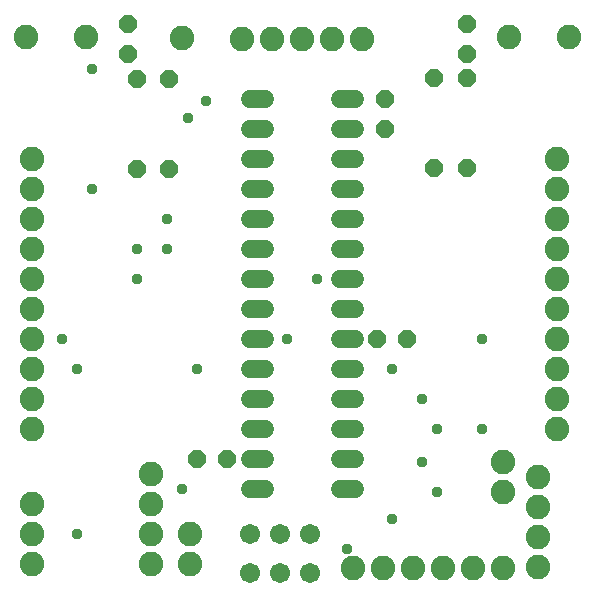
<source format=gbr>
G04 EAGLE Gerber RS-274X export*
G75*
%MOMM*%
%FSLAX34Y34*%
%LPD*%
%INSoldermask Bottom*%
%IPPOS*%
%AMOC8*
5,1,8,0,0,1.08239X$1,22.5*%
G01*
%ADD10P,1.649562X8X292.500000*%
%ADD11P,1.649562X8X202.500000*%
%ADD12P,1.649562X8X22.500000*%
%ADD13P,1.649562X8X112.500000*%
%ADD14C,1.524000*%
%ADD15C,2.082800*%
%ADD16C,1.711200*%
%ADD17C,0.959600*%


D10*
X323850Y419100D03*
X323850Y393700D03*
D11*
X190500Y114300D03*
X165100Y114300D03*
D12*
X317500Y215900D03*
X342900Y215900D03*
D10*
X393700Y482600D03*
X393700Y457200D03*
X106680Y482600D03*
X106680Y457200D03*
D13*
X365760Y360680D03*
X365760Y436880D03*
X140970Y359410D03*
X140970Y435610D03*
D10*
X393700Y436880D03*
X393700Y360680D03*
X114300Y435610D03*
X114300Y359410D03*
D14*
X209296Y419100D02*
X222504Y419100D01*
X222504Y393700D02*
X209296Y393700D01*
X209296Y368300D02*
X222504Y368300D01*
X222504Y342900D02*
X209296Y342900D01*
X209296Y317500D02*
X222504Y317500D01*
X222504Y292100D02*
X209296Y292100D01*
X209296Y266700D02*
X222504Y266700D01*
X222504Y241300D02*
X209296Y241300D01*
X209296Y215900D02*
X222504Y215900D01*
X222504Y190500D02*
X209296Y190500D01*
X209296Y165100D02*
X222504Y165100D01*
X222504Y139700D02*
X209296Y139700D01*
X209296Y114300D02*
X222504Y114300D01*
X222504Y88900D02*
X209296Y88900D01*
X285496Y88900D02*
X298704Y88900D01*
X298704Y114300D02*
X285496Y114300D01*
X285496Y139700D02*
X298704Y139700D01*
X298704Y165100D02*
X285496Y165100D01*
X285496Y190500D02*
X298704Y190500D01*
X298704Y215900D02*
X285496Y215900D01*
X285496Y241300D02*
X298704Y241300D01*
X298704Y266700D02*
X285496Y266700D01*
X285496Y292100D02*
X298704Y292100D01*
X298704Y317500D02*
X285496Y317500D01*
X285496Y342900D02*
X298704Y342900D01*
X298704Y368300D02*
X285496Y368300D01*
X285496Y393700D02*
X298704Y393700D01*
X298704Y419100D02*
X285496Y419100D01*
D15*
X424180Y111760D03*
X424180Y86360D03*
X469900Y368300D03*
X469900Y342900D03*
X469900Y317500D03*
X469900Y292100D03*
X469900Y266700D03*
X469900Y241300D03*
X469900Y215900D03*
X469900Y190500D03*
X469900Y165100D03*
X469900Y139700D03*
X25400Y241300D03*
X25400Y215900D03*
X25400Y190500D03*
X25400Y165100D03*
X25400Y139700D03*
X25400Y368300D03*
X25400Y342900D03*
X25400Y317500D03*
X25400Y292100D03*
X25400Y266700D03*
X25400Y76200D03*
X25400Y50800D03*
X25400Y25400D03*
X158750Y25400D03*
X158750Y50800D03*
D16*
X209950Y50790D03*
X234950Y50790D03*
X259950Y50790D03*
X259950Y17790D03*
X234950Y17790D03*
X209950Y17790D03*
D15*
X125730Y25400D03*
X125730Y50800D03*
X125730Y76200D03*
X125730Y101600D03*
X424180Y21590D03*
X398780Y21590D03*
X373380Y21590D03*
X347980Y21590D03*
X322580Y21590D03*
X297180Y21590D03*
X203200Y469900D03*
X228600Y469900D03*
X254000Y469900D03*
X279400Y469900D03*
X304800Y469900D03*
X453390Y99060D03*
X453390Y73660D03*
X453390Y48260D03*
X453390Y22860D03*
X429260Y471170D03*
X480060Y471170D03*
X71120Y471170D03*
X20320Y471170D03*
D17*
X63500Y50800D03*
X63500Y190500D03*
X157480Y402590D03*
X172466Y417322D03*
D15*
X152146Y470408D03*
D17*
X76200Y342900D03*
X76200Y444500D03*
X368300Y139700D03*
X368300Y86360D03*
X355600Y165100D03*
X355600Y111760D03*
X266700Y266700D03*
X241300Y215900D03*
X292100Y38100D03*
X139700Y292100D03*
X139700Y317500D03*
X165100Y190500D03*
X114300Y292100D03*
X152400Y88900D03*
X114300Y266700D03*
X406400Y215900D03*
X406400Y139700D03*
X330200Y63500D03*
X330200Y190500D03*
X50800Y215900D03*
M02*

</source>
